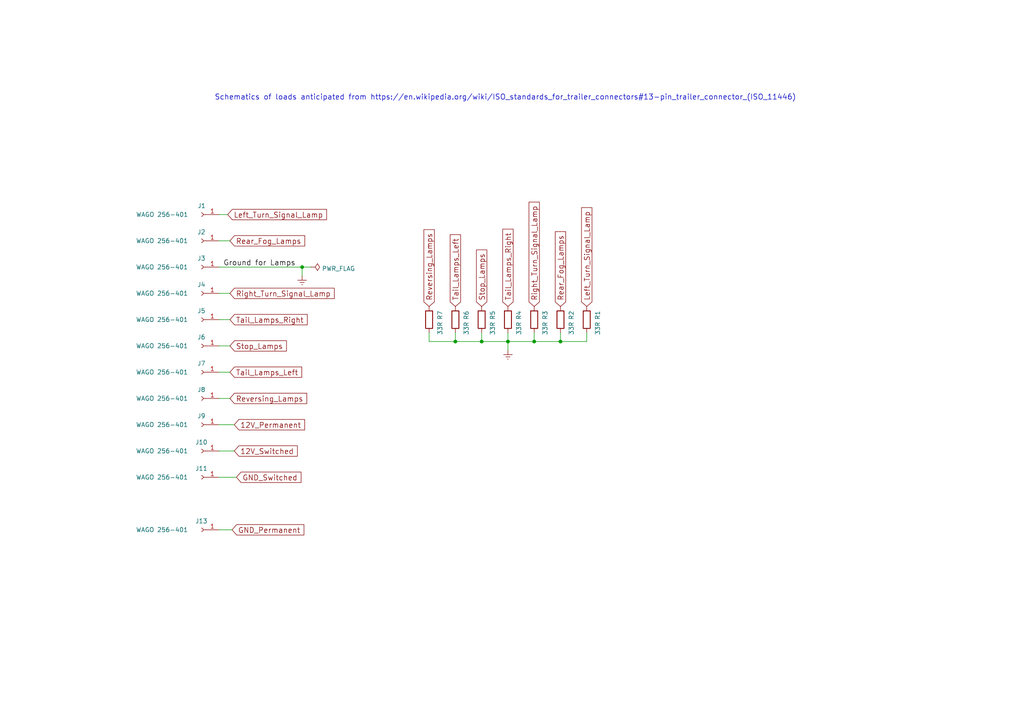
<source format=kicad_sch>
(kicad_sch (version 20211123) (generator eeschema)
  (paper "A4")
  (title_block (title "ISO11446PWR01") (date "%d. %m. %Y") (rev "A") (company "Mlab www.mlab.cz") (comment 1 "Car trailer emulator and\\nPower source with signals output"))
  (lib_symbols
    (symbol "Connector:Conn_01x01_Female" (pin_names (offset 1.016) hide)
      (property "Reference" "J" (at 0 2.54 0))
      (property "Value" "Conn_01x01_Female" (at 0 -2.54 0))
      (symbol "Conn_01x01_Female_1_1"
        (polyline (pts (xy -1.27 0) (xy -0.508 0)) (stroke (width 0.1524)))
        (arc (start 0 0.508) (mid -0.508 0) (end 0 -0.508) (stroke (width 0.1524)))
        (pin passive line (at -5.08 0 0) (length 3.81) (name "Pin_1") (number "1"))
      )
    )
    (symbol "Device:R" (pin_numbers hide) (pin_names (offset 0))
      (property "Reference" "R" (at 2.032 0 90))
      (property "Value" "R" (at 0 0 90))
      (symbol "R_0_1"
        (rectangle (start -1.016 -2.54) (end 1.016 2.54) (stroke (width 0.254)))
      )
      (symbol "R_1_1"
        (pin passive line (at 0 3.81 270) (length 1.27) (name "~") (number "1"))
        (pin passive line (at 0 -3.81 90) (length 1.27) (name "~") (number "2"))
      )
    )
    (symbol "power:Earth" (power) (pin_names (offset 0))
      (symbol "Earth_0_1"
        (polyline (pts (xy -0.635 -1.905) (xy 0.635 -1.905)))
        (polyline (pts (xy -0.127 -2.54) (xy 0.127 -2.54)))
        (polyline (pts (xy 0 -1.27) (xy 0 0)))
        (polyline (pts (xy 1.27 -1.27) (xy -1.27 -1.27)))
      )
      (symbol "Earth_1_1"
        (pin power_in line (at 0 0 270) (length 0) hide (name "Earth") (number "1"))
      )
    )
    (symbol "power:PWR_FLAG" (power) (pin_numbers hide) (pin_names (offset 0) hide)
      (property "Value" "PWR_FLAG" (at 0 3.81 0))
      (symbol "PWR_FLAG_0_0"
        (pin power_out line (at 0 0 90) (length 0) (name "pwr") (number "1"))
      )
      (symbol "PWR_FLAG_0_1"
        (polyline (pts (xy 0 0) (xy 0 1.27) (xy -1.016 1.905) (xy 0 2.54) (xy 1.016 1.905) (xy 0 1.27)))
      )
    )
  )
  (junction (at 87.63 77.47))
  (junction (at 139.7 99.06))
  (junction (at 154.94 99.06))
  (junction (at 147.32 99.06))
  (junction (at 132.08 99.06))
  (junction (at 162.56 99.06))
  (wire (pts (xy 63.5 115.57) (xy 66.675 115.57)))
  (wire (pts (xy 154.94 99.06) (xy 162.56 99.06)))
  (wire (pts (xy 162.56 96.52) (xy 162.56 99.06)))
  (wire (pts (xy 147.32 99.06) (xy 147.32 101.6)))
  (wire (pts (xy 124.46 96.52) (xy 124.46 99.06)))
  (wire (pts (xy 63.5 107.95) (xy 66.675 107.95)))
  (wire (pts (xy 132.08 96.52) (xy 132.08 99.06)))
  (wire (pts (xy 87.63 77.47) (xy 87.63 80.01)))
  (wire (pts (xy 63.5 92.71) (xy 66.675 92.71)))
  (wire (pts (xy 124.46 99.06) (xy 132.08 99.06)))
  (wire (pts (xy 63.5 123.19) (xy 67.945 123.19)))
  (wire (pts (xy 63.5 138.43) (xy 68.58 138.43)))
  (wire (pts (xy 87.63 77.47) (xy 90.17 77.47)))
  (wire (pts (xy 63.5 100.33) (xy 66.675 100.33)))
  (wire (pts (xy 147.32 99.06) (xy 154.94 99.06)))
  (wire (pts (xy 154.94 96.52) (xy 154.94 99.06)))
  (wire (pts (xy 147.32 96.52) (xy 147.32 99.06)))
  (wire (pts (xy 162.56 99.06) (xy 170.18 99.06)))
  (wire (pts (xy 170.18 99.06) (xy 170.18 96.52)))
  (wire (pts (xy 63.5 130.81) (xy 67.945 130.81)))
  (wire (pts (xy 63.5 85.09) (xy 66.675 85.09)))
  (wire (pts (xy 63.5 69.85) (xy 66.675 69.85)))
  (wire (pts (xy 139.7 99.06) (xy 147.32 99.06)))
  (wire (pts (xy 63.5 153.67) (xy 67.31 153.67)))
  (wire (pts (xy 139.7 96.52) (xy 139.7 99.06)))
  (wire (pts (xy 132.08 99.06) (xy 139.7 99.06)))
  (wire (pts (xy 63.5 62.23) (xy 66.04 62.23)))
  (wire (pts (xy 63.5 77.47) (xy 87.63 77.47)))
  (text "Schematics of loads anticipated from https://en.wikipedia.org/wiki/ISO_standards_for_trailer_connectors#13-pin_trailer_connector_(ISO_11446)" (at 62.23 29.21 0) (effects (font (size 1.524 1.524)) (justify left bottom)))
  (label "Ground for Lamps" (at 64.77 77.47 0) (effects (font (size 1.524 1.524))))
  (global_label "GND_Switched" (shape input) (at 68.58 138.43 0) (effects (font (size 1.524 1.524))) (property "Reference mezi listy" "${INTERSHEET_REFS}" (effects hide)))
  (global_label "Rear_Fog_Lamps" (shape input) (at 162.56 88.9 90) (effects (font (size 1.524 1.524))) (property "Reference mezi listy" "${INTERSHEET_REFS}" (effects hide)))
  (global_label "Left_Turn_Signal_Lamp" (shape input) (at 66.04 62.23 0) (effects (font (size 1.524 1.524))) (property "Reference mezi listy" "${INTERSHEET_REFS}" (effects hide)))
  (global_label "Right_Turn_Signal_Lamp" (shape input) (at 154.94 88.9 90) (effects (font (size 1.524 1.524))) (property "Reference mezi listy" "${INTERSHEET_REFS}" (effects hide)))
  (global_label "Tail_Lamps_Left" (shape input) (at 132.08 88.9 90) (effects (font (size 1.524 1.524))) (property "Reference mezi listy" "${INTERSHEET_REFS}" (effects hide)))
  (global_label "Reversing_Lamps" (shape input) (at 124.46 88.9 90) (effects (font (size 1.524 1.524))) (property "Reference mezi listy" "${INTERSHEET_REFS}" (effects hide)))
  (global_label "Tail_Lamps_Left" (shape input) (at 66.675 107.95 0) (effects (font (size 1.524 1.524))) (property "Reference mezi listy" "${INTERSHEET_REFS}" (effects hide)))
  (global_label "12V_Permanent" (shape input) (at 67.945 123.19 0) (effects (font (size 1.524 1.524))) (property "Reference mezi listy" "${INTERSHEET_REFS}" (effects hide)))
  (global_label "Stop_Lamps" (shape input) (at 139.7 88.9 90) (effects (font (size 1.524 1.524))) (property "Reference mezi listy" "${INTERSHEET_REFS}" (effects hide)))
  (global_label "Tail_Lamps_Right" (shape input) (at 66.675 92.71 0) (effects (font (size 1.524 1.524))) (property "Reference mezi listy" "${INTERSHEET_REFS}" (effects hide)))
  (global_label "Right_Turn_Signal_Lamp" (shape input) (at 66.675 85.09 0) (effects (font (size 1.524 1.524))) (property "Reference mezi listy" "${INTERSHEET_REFS}" (effects hide)))
  (global_label "Rear_Fog_Lamps" (shape input) (at 66.675 69.85 0) (effects (font (size 1.524 1.524))) (property "Reference mezi listy" "${INTERSHEET_REFS}" (effects hide)))
  (global_label "Left_Turn_Signal_Lamp" (shape input) (at 170.18 88.9 90) (effects (font (size 1.524 1.524))) (property "Reference mezi listy" "${INTERSHEET_REFS}" (effects hide)))
  (global_label "Reversing_Lamps" (shape input) (at 66.675 115.57 0) (effects (font (size 1.524 1.524))) (property "Reference mezi listy" "${INTERSHEET_REFS}" (effects hide)))
  (global_label "GND_Permanent" (shape input) (at 67.31 153.67 0) (effects (font (size 1.524 1.524))) (property "Reference mezi listy" "${INTERSHEET_REFS}" (effects hide)))
  (global_label "12V_Switched" (shape input) (at 67.945 130.81 0) (effects (font (size 1.524 1.524))) (property "Reference mezi listy" "${INTERSHEET_REFS}" (effects hide)))
  (global_label "Stop_Lamps" (shape input) (at 66.675 100.33 0) (effects (font (size 1.524 1.524))) (property "Reference mezi listy" "${INTERSHEET_REFS}" (effects hide)))
  (global_label "Tail_Lamps_Right" (shape input) (at 147.32 88.9 90) (effects (font (size 1.524 1.524))) (property "Reference mezi listy" "${INTERSHEET_REFS}" (effects hide)))
  (symbol (lib_id "Connector:Conn_01x01_Female") (at 58.42 123.19 180) (unit 1)
    (property "Reference" "J9" (at 58.42 120.65 0))
    (property "Value" "WAGO 256-401" (at 46.99 123.19 0))
    (property "Footprint" "Mlab_CON:WAGO256" (effects hide))
  )
  (symbol (lib_id "power:PWR_FLAG") (at 90.17 77.47 270) (unit 1)
    (property "Reference" "#FLG0103" (effects hide))
    (property "Value" "PWR_FLAG" (at 93.345 77.9038 90) (effects (justify left)))
  )
  (symbol (lib_id "Connector:Conn_01x01_Female") (at 58.42 138.43 180) (unit 1)
    (property "Reference" "J11" (at 58.42 135.89 0))
    (property "Value" "WAGO 256-401" (at 46.99 138.43 0))
    (property "Footprint" "Mlab_CON:WAGO256" (effects hide))
  )
  (symbol (lib_id "Connector:Conn_01x01_Female") (at 58.42 130.81 180) (unit 1)
    (property "Reference" "J10" (at 58.42 128.27 0))
    (property "Value" "WAGO 256-401" (at 46.99 130.81 0))
    (property "Footprint" "Mlab_CON:WAGO256" (effects hide))
  )
  (symbol (lib_id "Connector:Conn_01x01_Female") (at 58.42 92.71 180) (unit 1)
    (property "Reference" "J5" (at 58.42 90.17 0))
    (property "Value" "WAGO 256-401" (at 46.99 92.71 0))
    (property "Footprint" "Mlab_CON:WAGO256" (effects hide))
  )
  (symbol (lib_id "Device:R") (at 154.94 92.71 0) (unit 1)
    (property "Reference" "R3" (at 158.115 91.44 90))
    (property "Value" "33R" (at 158.115 95.25 90))
    (property "Footprint" "Resistor_THT:R_Radial_Power_L13.0mm_W9.0mm_P5.00mm" (effects hide))
  )
  (symbol (lib_id "Device:R") (at 147.32 92.71 0) (unit 1)
    (property "Reference" "R4" (at 150.495 91.44 90))
    (property "Value" "33R" (at 150.495 95.25 90))
    (property "Footprint" "Resistor_THT:R_Radial_Power_L13.0mm_W9.0mm_P5.00mm" (effects hide))
  )
  (symbol (lib_id "Connector:Conn_01x01_Female") (at 58.42 100.33 180) (unit 1)
    (property "Reference" "J6" (at 58.42 97.79 0))
    (property "Value" "WAGO 256-401" (at 46.99 100.33 0))
    (property "Footprint" "Mlab_CON:WAGO256" (effects hide))
  )
  (symbol (lib_id "Connector:Conn_01x01_Female") (at 58.42 153.67 180) (unit 1)
    (property "Reference" "J13" (at 58.42 151.13 0))
    (property "Value" "WAGO 256-401" (at 46.99 153.67 0))
    (property "Footprint" "Mlab_CON:WAGO256" (effects hide))
  )
  (symbol (lib_id "Connector:Conn_01x01_Female") (at 58.42 69.85 180) (unit 1)
    (property "Reference" "J2" (at 58.42 67.31 0))
    (property "Value" "WAGO 256-401" (at 46.99 69.85 0))
    (property "Footprint" "Mlab_CON:WAGO256" (effects hide))
  )
  (symbol (lib_id "Device:R") (at 124.46 92.71 0) (unit 1)
    (property "Reference" "R7" (at 127.635 91.44 90))
    (property "Value" "33R" (at 127.635 95.25 90))
    (property "Footprint" "Resistor_THT:R_Radial_Power_L13.0mm_W9.0mm_P5.00mm" (effects hide))
    (property "Datasheet" "https://www.tme.eu/cz/details/ax5wv-33r/vykonne-rezistory/royal-ohm/prm05wjw330b00/" (effects hide))
  )
  (symbol (lib_id "Device:R") (at 162.56 92.71 0) (unit 1)
    (property "Reference" "R2" (at 165.735 91.44 90))
    (property "Value" "33R" (at 165.735 95.25 90))
    (property "Footprint" "Resistor_THT:R_Radial_Power_L13.0mm_W9.0mm_P5.00mm" (effects hide))
  )
  (symbol (lib_id "Connector:Conn_01x01_Female") (at 58.42 77.47 180) (unit 1)
    (property "Reference" "J3" (at 58.42 74.93 0))
    (property "Value" "WAGO 256-401" (at 46.99 77.47 0))
    (property "Footprint" "Mlab_CON:WAGO256" (effects hide))
  )
  (symbol (lib_id "Connector:Conn_01x01_Female") (at 58.42 85.09 180) (unit 1)
    (property "Reference" "J4" (at 58.42 82.55 0))
    (property "Value" "WAGO 256-401" (at 46.99 85.09 0))
    (property "Footprint" "Mlab_CON:WAGO256" (effects hide))
  )
  (symbol (lib_id "Connector:Conn_01x01_Female") (at 58.42 115.57 180) (unit 1)
    (property "Reference" "J8" (at 58.42 113.03 0))
    (property "Value" "WAGO 256-401" (at 46.99 115.57 0))
    (property "Footprint" "Mlab_CON:WAGO256" (effects hide))
  )
  (symbol (lib_id "Device:R") (at 170.18 92.71 0) (unit 1)
    (property "Reference" "R1" (at 173.355 91.44 90))
    (property "Value" "33R" (at 173.355 95.25 90))
    (property "Footprint" "Resistor_THT:R_Radial_Power_L13.0mm_W9.0mm_P5.00mm" (effects hide))
  )
  (symbol (lib_id "power:Earth") (at 147.32 101.6 0) (unit 1)
    (property "Reference" "#PWR0117" (effects hide))
    (property "Value" "Earth" (effects hide))
  )
  (symbol (lib_id "Device:R") (at 132.08 92.71 0) (unit 1)
    (property "Reference" "R6" (at 135.255 91.44 90))
    (property "Value" "33R" (at 135.255 95.25 90))
    (property "Footprint" "Resistor_THT:R_Radial_Power_L13.0mm_W9.0mm_P5.00mm" (effects hide))
  )
  (symbol (lib_id "Connector:Conn_01x01_Female") (at 58.42 62.23 180) (unit 1)
    (property "Reference" "J1" (at 59.69 59.69 0) (effects (justify left)))
    (property "Value" "WAGO 256-401" (at 54.61 62.23 0) (effects (justify left)))
    (property "Footprint" "Mlab_CON:WAGO256" (effects hide))
  )
  (symbol (lib_id "Device:R") (at 139.7 92.71 0) (unit 1)
    (property "Reference" "R5" (at 142.875 91.44 90))
    (property "Value" "33R" (at 142.875 95.25 90))
    (property "Footprint" "Resistor_THT:R_Radial_Power_L13.0mm_W9.0mm_P5.00mm" (effects hide))
  )
  (symbol (lib_id "power:Earth") (at 87.63 80.01 0) (unit 1)
    (property "Reference" "#PWR0118" (effects hide))
    (property "Value" "Earth" (effects hide))
  )
  (symbol (lib_id "Connector:Conn_01x01_Female") (at 58.42 107.95 180) (unit 1)
    (property "Reference" "J7" (at 58.42 105.41 0))
    (property "Value" "WAGO 256-401" (at 46.99 107.95 0))
    (property "Footprint" "Mlab_CON:WAGO256" (effects hide))
  )
)
</source>
